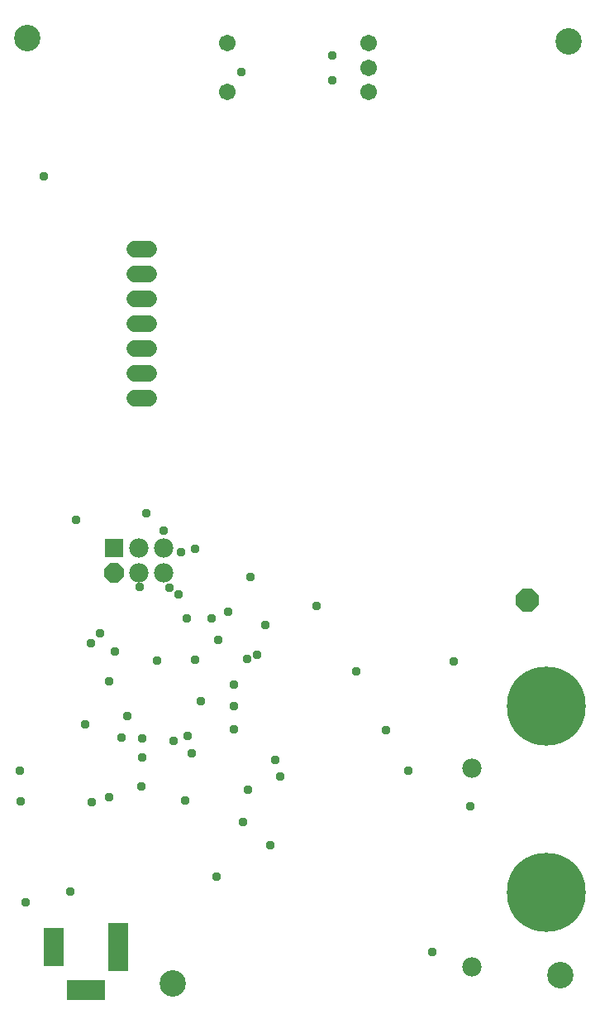
<source format=gbr>
G04 EAGLE Gerber X2 export*
%TF.Part,Single*%
%TF.FileFunction,Soldermask,Bot,1*%
%TF.FilePolarity,Negative*%
%TF.GenerationSoftware,Autodesk,EAGLE,9.1.1*%
%TF.CreationDate,2018-07-18T17:05:30Z*%
G75*
%MOMM*%
%FSLAX34Y34*%
%LPD*%
%AMOC8*
5,1,8,0,0,1.08239X$1,22.5*%
G01*
%ADD10C,2.703200*%
%ADD11R,1.711200X1.711200*%
%ADD12R,2.000000X5.000000*%
%ADD13R,2.000000X4.000000*%
%ADD14R,4.000000X2.000000*%
%ADD15C,1.711200*%
%ADD16P,2.556822X8X22.500000*%
%ADD17C,1.711200*%
%ADD18P,2.144431X8X22.500000*%
%ADD19C,1.981200*%
%ADD20R,1.981200X1.981200*%
%ADD21C,8.077200*%
%ADD22C,0.959600*%


D10*
X44000Y1000000D03*
X598000Y996500D03*
X589500Y41000D03*
X192500Y33000D03*
D11*
X137000Y70200D03*
X71000Y70200D03*
D12*
X137000Y70200D03*
D13*
X71000Y70200D03*
D11*
X104000Y26200D03*
D14*
X104000Y26200D03*
D15*
X153560Y707600D02*
X168640Y707600D01*
X168640Y733000D02*
X153560Y733000D01*
X153560Y758400D02*
X168640Y758400D01*
X168640Y783800D02*
X153560Y783800D01*
X153560Y682200D02*
X168640Y682200D01*
X168640Y656800D02*
X153560Y656800D01*
X153560Y631400D02*
X168640Y631400D01*
D16*
X556400Y425000D03*
D17*
X248800Y944300D03*
X248800Y994300D03*
X393800Y994300D03*
X393800Y969300D03*
X393800Y944300D03*
D18*
X132800Y452900D03*
D19*
X158200Y452900D03*
X158200Y478300D03*
X183600Y478300D03*
X183600Y452900D03*
D20*
X132800Y478300D03*
D21*
X575700Y316200D03*
D19*
X499500Y252700D03*
D21*
X575700Y125700D03*
D19*
X499500Y49500D03*
D22*
X292500Y174500D03*
X238000Y142000D03*
X128000Y223000D03*
X93500Y506500D03*
X166000Y514000D03*
X189500Y437500D03*
X272000Y448500D03*
X42500Y115500D03*
X177000Y363000D03*
X232500Y406500D03*
X265000Y198000D03*
X302500Y244500D03*
X287500Y399500D03*
X249500Y412500D03*
X208000Y286000D03*
X380500Y352000D03*
X205500Y219500D03*
X297500Y261500D03*
X270000Y231000D03*
X340000Y419000D03*
X160500Y234500D03*
X279000Y368500D03*
X212510Y268332D03*
X255500Y293000D03*
X269000Y364500D03*
X199000Y431000D03*
X239000Y384500D03*
X216000Y364000D03*
X411000Y291518D03*
X133500Y372500D03*
X481000Y362500D03*
X458500Y64500D03*
X434000Y250500D03*
X356000Y956500D03*
X263000Y965000D03*
X356500Y981500D03*
X103000Y297500D03*
X61000Y858500D03*
X140000Y284000D03*
X193500Y281000D03*
X183500Y496000D03*
X127432Y342000D03*
X216000Y477000D03*
X161300Y283200D03*
X161500Y263500D03*
X255182Y338500D03*
X87500Y126500D03*
X118000Y391000D03*
X37000Y219000D03*
X109500Y218000D03*
X109000Y380500D03*
X36000Y250000D03*
X497500Y214000D03*
X255182Y316500D03*
X159000Y438000D03*
X201500Y474000D03*
X207000Y405932D03*
X146000Y306000D03*
X221432Y321500D03*
M02*

</source>
